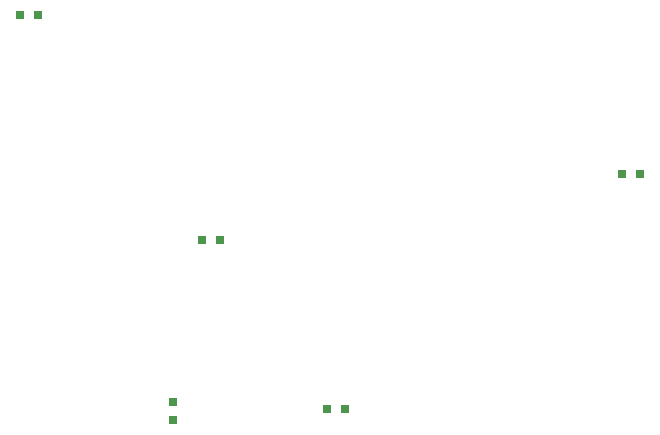
<source format=gbr>
G04 #@! TF.FileFunction,Paste,Bot*
%FSLAX46Y46*%
G04 Gerber Fmt 4.6, Leading zero omitted, Abs format (unit mm)*
G04 Created by KiCad (PCBNEW (after 2015-mar-04 BZR unknown)-product) date Fri 28 Oct 2016 11:36:00 AM CEST*
%MOMM*%
G01*
G04 APERTURE LIST*
%ADD10C,0.100000*%
%ADD11R,0.800000X0.750000*%
%ADD12R,0.750000X0.800000*%
G04 APERTURE END LIST*
D10*
D11*
X187641800Y-99415600D03*
X189141800Y-99415600D03*
X161683000Y-66040000D03*
X163183000Y-66040000D03*
X177050000Y-85090000D03*
X178550000Y-85090000D03*
D12*
X174625000Y-98818000D03*
X174625000Y-100318000D03*
D11*
X212610000Y-79502000D03*
X214110000Y-79502000D03*
M02*

</source>
